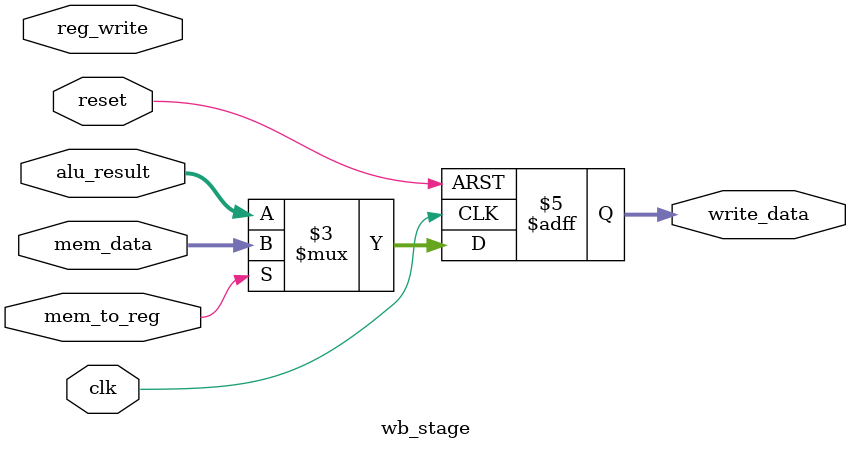
<source format=sv>
module if_stage (
    input logic clk,
    input logic reset,
    input logic [63:0] pc_in,
    output logic [31:0] instruction_out,
    output logic [63:0] pc_out
);
    logic [63:0] pc; // Internal PC register

    always_ff @(posedge clk or posedge reset) begin
        if (reset) begin
            pc <= 64'b0; // Reset PC to 0
        end else begin
            pc <= pc_in; // Update PC with input
        end
    end

    instruction_memory imem (
        .address(pc[11:2]),  // Use only the lower 10 bits of the PC address
        .instruction(instruction_out) // Fetch instruction based on the PC address
    );

    assign pc_out = pc + 4; // Increment PC for next instruction
endmodule

// Instruction Decode
module id_stage (
    input logic clk,
    input logic reset,
    input logic [31:0] instruction_in,
    output logic [6:0] opcode,
    output logic [2:0] func3,
    output logic [6:0] func7,
    output logic [4:0] rs1,
    output logic [4:0] rs2,
    output logic [4:0] rd
);
    instruction_decode id (
        .instruction(instruction_in),
        .opcode(opcode),
        .func3(func3),
        .func7(func7),
        .rs1(rs1),
        .rs2(rs2),
        .rd(rd)
    );
endmodule

// Execute
module ex_stage (
    input logic clk,
    input logic reset,
    input logic [63:0] a, // Operand A from register file
    input logic [63:0] b, // Operand B from register file or immediate value
    input logic [3:0] alu_control,
    output logic [63:0] alu_result,
    output logic zero_flag
);
    alu_64bit alu (
        .a(a),
        .b(b),
        .alu_ctrl(alu_control),
        .result(alu_result),
        .zero(zero_flag)
    );
endmodule

// Memory
module mem_stage (
    input logic clk,
    input logic reset,
    input logic mem_read,
    input logic mem_write,
    input logic [63:0] address, // Address to read/write data
    input logic [63:0] write_data, // Data to write (for store)
    output logic [63:0] read_data // Data read from memory
);
   data_memory mem (
       .clk(clk),
       .address(address),
       .write_data(write_data),
       .mem_read(mem_read),
       .mem_write(mem_write),
       .read_data(read_data)
   );
endmodule

// Write Back
module wb_stage (
    input logic clk,
    input logic reset,
    input logic reg_write,
    input logic mem_to_reg,
    input logic [63:0] alu_result,
    input logic [63:0] mem_data, // Data read from memory
    output logic [63:0] write_data // Data to write back to register file
);
   always_ff @(posedge clk or posedge reset) begin
       if (reset) begin
           write_data <= 64'b0; 
       end else begin 
           if (mem_to_reg) 
               write_data <= mem_data; // Read data from memory if required 
           else 
               write_data <= alu_result; // Otherwise, use ALU result 
       end 
   end 
endmodule 

</source>
